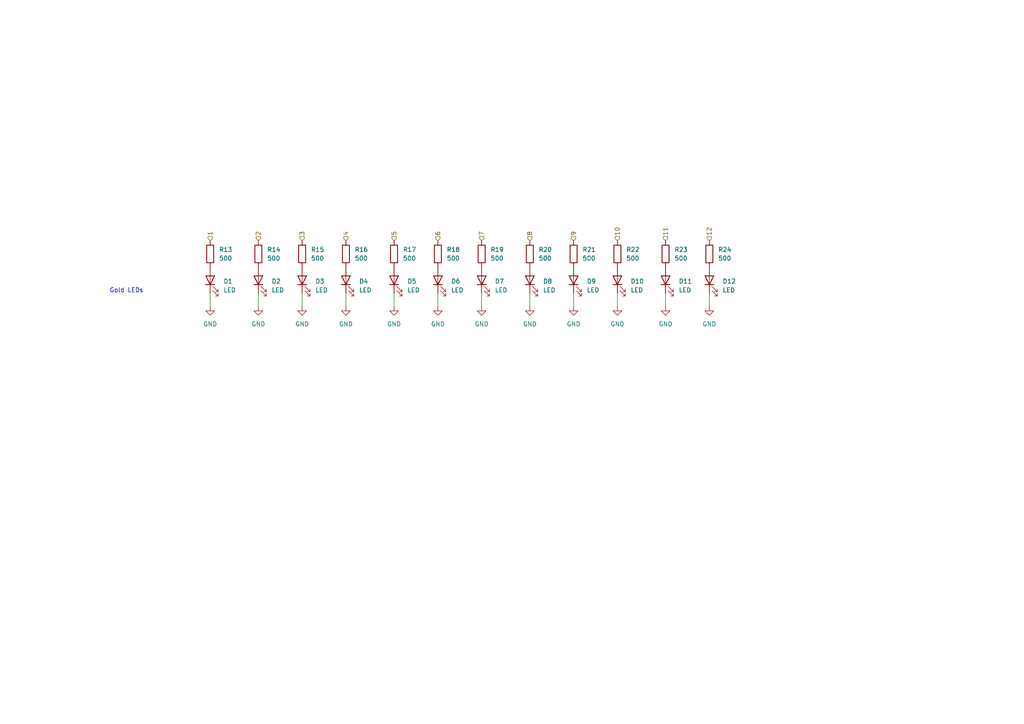
<source format=kicad_sch>
(kicad_sch (version 20211123) (generator eeschema)
  (paper "A4")
  (lib_symbols
    (symbol "Device:LED" (pin_numbers hide) (pin_names (offset 1.016) hide)
      (property "Reference" "D" (at 0 2.54 0))
      (property "Value" "LED" (at 0 -2.54 0))
      (symbol "LED_0_1"
        (polyline (pts (xy -1.27 -1.27) (xy -1.27 1.27)) (stroke (width 0.254)))
        (polyline (pts (xy -1.27 0) (xy 1.27 0)))
        (polyline (pts (xy 1.27 -1.27) (xy 1.27 1.27) (xy -1.27 0) (xy 1.27 -1.27)) (stroke (width 0.254)))
        (polyline (pts (xy -3.048 -0.762) (xy -4.572 -2.286) (xy -3.81 -2.286) (xy -4.572 -2.286) (xy -4.572 -1.524)))
        (polyline (pts (xy -1.778 -0.762) (xy -3.302 -2.286) (xy -2.54 -2.286) (xy -3.302 -2.286) (xy -3.302 -1.524)))
      )
      (symbol "LED_1_1"
        (pin passive line (at -3.81 0 0) (length 2.54) (name "K") (number "1"))
        (pin passive line (at 3.81 0 180) (length 2.54) (name "A") (number "2"))
      )
    )
    (symbol "Device:R" (pin_numbers hide) (pin_names (offset 0))
      (property "Reference" "R" (at 2.032 0 90))
      (property "Value" "R" (at 0 0 90))
      (symbol "R_0_1"
        (rectangle (start -1.016 -2.54) (end 1.016 2.54) (stroke (width 0.254)))
      )
      (symbol "R_1_1"
        (pin passive line (at 0 3.81 270) (length 1.27) (name "~") (number "1"))
        (pin passive line (at 0 -3.81 90) (length 1.27) (name "~") (number "2"))
      )
    )
    (symbol "power:GND" (power) (pin_names (offset 0))
      (property "Value" "GND" (at 0 -3.81 0))
      (symbol "GND_0_1"
        (polyline (pts (xy 0 0) (xy 0 -1.27) (xy 1.27 -1.27) (xy 0 -2.54) (xy -1.27 -1.27) (xy 0 -1.27)))
      )
      (symbol "GND_1_1"
        (pin power_in line (at 0 0 270) (length 0) hide (name "GND") (number "1"))
      )
    )
  )
  (wire (pts (xy 193.04 85.09) (xy 193.04 88.9)))
  (wire (pts (xy 74.93 85.09) (xy 74.93 88.9)))
  (wire (pts (xy 166.37 85.09) (xy 166.37 88.9)))
  (wire (pts (xy 205.74 85.09) (xy 205.74 88.9)))
  (wire (pts (xy 114.3 85.09) (xy 114.3 88.9)))
  (wire (pts (xy 127 85.09) (xy 127 88.9)))
  (wire (pts (xy 87.63 85.09) (xy 87.63 88.9)))
  (wire (pts (xy 179.07 85.09) (xy 179.07 88.9)))
  (wire (pts (xy 153.67 85.09) (xy 153.67 88.9)))
  (wire (pts (xy 139.7 85.09) (xy 139.7 88.9)))
  (wire (pts (xy 60.96 85.09) (xy 60.96 88.9)))
  (wire (pts (xy 100.33 85.09) (xy 100.33 88.9)))
  (text "Gold LEDs" (at 31.75 85.09 0) (effects (font (size 1.27 1.27)) (justify left bottom)))
  (hierarchical_label "9" (shape input) (at 166.37 69.85 90))
  (hierarchical_label "5" (shape input) (at 114.3 69.85 90))
  (hierarchical_label "3" (shape input) (at 87.63 69.85 90))
  (hierarchical_label "4" (shape input) (at 100.33 69.85 90))
  (hierarchical_label "8" (shape input) (at 153.67 69.85 90))
  (hierarchical_label "10" (shape input) (at 179.07 69.85 90))
  (hierarchical_label "11" (shape input) (at 193.04 69.85 90))
  (hierarchical_label "7" (shape input) (at 139.7 69.85 90))
  (hierarchical_label "12" (shape input) (at 205.74 69.85 90))
  (hierarchical_label "6" (shape input) (at 127 69.85 90))
  (hierarchical_label "1" (shape input) (at 60.96 69.85 90))
  (hierarchical_label "2" (shape input) (at 74.93 69.85 90))
  (symbol (lib_id "Device:R") (at 74.93 73.66 0) (unit 1)
    (property "Reference" "R14" (at 77.47 72.3899 0) (effects (justify left)))
    (property "Value" "500" (at 77.47 74.9299 0) (effects (justify left)))
    (property "Footprint" "Resistor_SMD:R_1206_3216Metric_Pad1.30x1.75mm_HandSolder" (effects hide))
  )
  (symbol (lib_id "Device:R") (at 179.07 73.66 0) (unit 1)
    (property "Reference" "R22" (at 181.61 72.3899 0) (effects (justify left)))
    (property "Value" "500" (at 181.61 74.9299 0) (effects (justify left)))
    (property "Footprint" "Resistor_SMD:R_1206_3216Metric_Pad1.30x1.75mm_HandSolder" (effects hide))
  )
  (symbol (lib_id "Device:LED") (at 193.04 81.28 90) (unit 1)
    (property "Reference" "D11" (at 196.85 81.5974 90) (effects (justify right)))
    (property "Value" "LED" (at 196.85 84.1374 90) (effects (justify right)))
    (property "Footprint" "LED_THT:LED_D5.0mm" (effects hide))
    (property "PN" "BL-BKC2V4V-AT" (effects hide))
  )
  (symbol (lib_id "power:GND") (at 100.33 88.9 0) (unit 1)
    (property "Reference" "#PWR028" (effects hide))
    (property "Value" "GND" (at 100.33 93.98 0))
  )
  (symbol (lib_id "Device:R") (at 60.96 73.66 0) (unit 1)
    (property "Reference" "R13" (at 63.5 72.3899 0) (effects (justify left)))
    (property "Value" "500" (at 63.5 74.9299 0) (effects (justify left)))
    (property "Footprint" "Resistor_SMD:R_1206_3216Metric_Pad1.30x1.75mm_HandSolder" (effects hide))
  )
  (symbol (lib_id "power:GND") (at 127 88.9 0) (unit 1)
    (property "Reference" "#PWR030" (effects hide))
    (property "Value" "GND" (at 127 93.98 0))
  )
  (symbol (lib_id "power:GND") (at 114.3 88.9 0) (unit 1)
    (property "Reference" "#PWR029" (effects hide))
    (property "Value" "GND" (at 114.3 93.98 0))
  )
  (symbol (lib_id "power:GND") (at 193.04 88.9 0) (unit 1)
    (property "Reference" "#PWR035" (effects hide))
    (property "Value" "GND" (at 193.04 93.98 0))
  )
  (symbol (lib_id "power:GND") (at 179.07 88.9 0) (unit 1)
    (property "Reference" "#PWR034" (effects hide))
    (property "Value" "GND" (at 179.07 93.98 0))
  )
  (symbol (lib_id "Device:LED") (at 153.67 81.28 90) (unit 1)
    (property "Reference" "D8" (at 157.48 81.5974 90) (effects (justify right)))
    (property "Value" "LED" (at 157.48 84.1374 90) (effects (justify right)))
    (property "Footprint" "LED_THT:LED_D5.0mm" (effects hide))
    (property "PN" "BL-BKC2V4V-AT" (effects hide))
  )
  (symbol (lib_id "power:GND") (at 205.74 88.9 0) (unit 1)
    (property "Reference" "#PWR036" (effects hide))
    (property "Value" "GND" (at 205.74 93.98 0))
  )
  (symbol (lib_id "Device:R") (at 100.33 73.66 0) (unit 1)
    (property "Reference" "R16" (at 102.87 72.3899 0) (effects (justify left)))
    (property "Value" "500" (at 102.87 74.9299 0) (effects (justify left)))
    (property "Footprint" "Resistor_SMD:R_1206_3216Metric_Pad1.30x1.75mm_HandSolder" (effects hide))
  )
  (symbol (lib_id "Device:LED") (at 74.93 81.28 90) (unit 1)
    (property "Reference" "D2" (at 78.74 81.5974 90) (effects (justify right)))
    (property "Value" "LED" (at 78.74 84.1374 90) (effects (justify right)))
    (property "Footprint" "LED_THT:LED_D5.0mm" (effects hide))
    (property "PN" "BL-BKC2V4V-AT" (effects hide))
  )
  (symbol (lib_id "power:GND") (at 153.67 88.9 0) (unit 1)
    (property "Reference" "#PWR032" (effects hide))
    (property "Value" "GND" (at 153.67 93.98 0))
  )
  (symbol (lib_id "power:GND") (at 87.63 88.9 0) (unit 1)
    (property "Reference" "#PWR027" (effects hide))
    (property "Value" "GND" (at 87.63 93.98 0))
  )
  (symbol (lib_id "Device:R") (at 139.7 73.66 0) (unit 1)
    (property "Reference" "R19" (at 142.24 72.3899 0) (effects (justify left)))
    (property "Value" "500" (at 142.24 74.9299 0) (effects (justify left)))
    (property "Footprint" "Resistor_SMD:R_1206_3216Metric_Pad1.30x1.75mm_HandSolder" (effects hide))
  )
  (symbol (lib_id "Device:R") (at 205.74 73.66 0) (unit 1)
    (property "Reference" "R24" (at 208.28 72.3899 0) (effects (justify left)))
    (property "Value" "500" (at 208.28 74.9299 0) (effects (justify left)))
    (property "Footprint" "Resistor_SMD:R_1206_3216Metric_Pad1.30x1.75mm_HandSolder" (effects hide))
  )
  (symbol (lib_id "Device:R") (at 193.04 73.66 0) (unit 1)
    (property "Reference" "R23" (at 195.58 72.3899 0) (effects (justify left)))
    (property "Value" "500" (at 195.58 74.9299 0) (effects (justify left)))
    (property "Footprint" "Resistor_SMD:R_1206_3216Metric_Pad1.30x1.75mm_HandSolder" (effects hide))
  )
  (symbol (lib_id "Device:R") (at 87.63 73.66 0) (unit 1)
    (property "Reference" "R15" (at 90.17 72.3899 0) (effects (justify left)))
    (property "Value" "500" (at 90.17 74.9299 0) (effects (justify left)))
    (property "Footprint" "Resistor_SMD:R_1206_3216Metric_Pad1.30x1.75mm_HandSolder" (effects hide))
  )
  (symbol (lib_id "Device:LED") (at 60.96 81.28 90) (unit 1)
    (property "Reference" "D1" (at 64.77 81.5974 90) (effects (justify right)))
    (property "Value" "LED" (at 64.77 84.1374 90) (effects (justify right)))
    (property "Footprint" "LED_THT:LED_D5.0mm" (effects hide))
    (property "PN" "BL-BKC2V4V-AT" (effects hide))
  )
  (symbol (lib_id "Device:R") (at 153.67 73.66 0) (unit 1)
    (property "Reference" "R20" (at 156.21 72.3899 0) (effects (justify left)))
    (property "Value" "500" (at 156.21 74.9299 0) (effects (justify left)))
    (property "Footprint" "Resistor_SMD:R_1206_3216Metric_Pad1.30x1.75mm_HandSolder" (effects hide))
  )
  (symbol (lib_id "Device:LED") (at 127 81.28 90) (unit 1)
    (property "Reference" "D6" (at 130.81 81.5974 90) (effects (justify right)))
    (property "Value" "LED" (at 130.81 84.1374 90) (effects (justify right)))
    (property "Footprint" "LED_THT:LED_D5.0mm" (effects hide))
    (property "PN" "BL-BKC2V4V-AT" (effects hide))
  )
  (symbol (lib_id "Device:LED") (at 87.63 81.28 90) (unit 1)
    (property "Reference" "D3" (at 91.44 81.5974 90) (effects (justify right)))
    (property "Value" "LED" (at 91.44 84.1374 90) (effects (justify right)))
    (property "Footprint" "LED_THT:LED_D5.0mm" (effects hide))
    (property "PN" "BL-BKC2V4V-AT" (effects hide))
  )
  (symbol (lib_id "power:GND") (at 166.37 88.9 0) (unit 1)
    (property "Reference" "#PWR033" (effects hide))
    (property "Value" "GND" (at 166.37 93.98 0))
  )
  (symbol (lib_id "Device:LED") (at 205.74 81.28 90) (unit 1)
    (property "Reference" "D12" (at 209.55 81.5974 90) (effects (justify right)))
    (property "Value" "LED" (at 209.55 84.1374 90) (effects (justify right)))
    (property "Footprint" "LED_THT:LED_D5.0mm" (effects hide))
    (property "PN" "BL-BKC2V4V-AT" (effects hide))
  )
  (symbol (lib_id "Device:LED") (at 166.37 81.28 90) (unit 1)
    (property "Reference" "D9" (at 170.18 81.5974 90) (effects (justify right)))
    (property "Value" "LED" (at 170.18 84.1374 90) (effects (justify right)))
    (property "Footprint" "LED_THT:LED_D5.0mm" (effects hide))
    (property "PN" "BL-BKC2V4V-AT" (effects hide))
  )
  (symbol (lib_id "power:GND") (at 74.93 88.9 0) (unit 1)
    (property "Reference" "#PWR026" (effects hide))
    (property "Value" "GND" (at 74.93 93.98 0))
  )
  (symbol (lib_id "Device:LED") (at 114.3 81.28 90) (unit 1)
    (property "Reference" "D5" (at 118.11 81.5974 90) (effects (justify right)))
    (property "Value" "LED" (at 118.11 84.1374 90) (effects (justify right)))
    (property "Footprint" "LED_THT:LED_D5.0mm" (effects hide))
    (property "PN" "BL-BKC2V4V-AT" (effects hide))
  )
  (symbol (lib_id "Device:LED") (at 139.7 81.28 90) (unit 1)
    (property "Reference" "D7" (at 143.51 81.5974 90) (effects (justify right)))
    (property "Value" "LED" (at 143.51 84.1374 90) (effects (justify right)))
    (property "Footprint" "LED_THT:LED_D5.0mm" (effects hide))
    (property "PN" "BL-BKC2V4V-AT" (effects hide))
  )
  (symbol (lib_id "power:GND") (at 139.7 88.9 0) (unit 1)
    (property "Reference" "#PWR031" (effects hide))
    (property "Value" "GND" (at 139.7 93.98 0))
  )
  (symbol (lib_id "Device:LED") (at 179.07 81.28 90) (unit 1)
    (property "Reference" "D10" (at 182.88 81.5974 90) (effects (justify right)))
    (property "Value" "LED" (at 182.88 84.1374 90) (effects (justify right)))
    (property "Footprint" "LED_THT:LED_D5.0mm" (effects hide))
    (property "PN" "BL-BKC2V4V-AT" (effects hide))
  )
  (symbol (lib_id "Device:R") (at 127 73.66 0) (unit 1)
    (property "Reference" "R18" (at 129.54 72.3899 0) (effects (justify left)))
    (property "Value" "500" (at 129.54 74.9299 0) (effects (justify left)))
    (property "Footprint" "Resistor_SMD:R_1206_3216Metric_Pad1.30x1.75mm_HandSolder" (effects hide))
  )
  (symbol (lib_id "Device:LED") (at 100.33 81.28 90) (unit 1)
    (property "Reference" "D4" (at 104.14 81.5974 90) (effects (justify right)))
    (property "Value" "LED" (at 104.14 84.1374 90) (effects (justify right)))
    (property "Footprint" "LED_THT:LED_D5.0mm" (effects hide))
    (property "PN" "BL-BKC2V4V-AT" (effects hide))
  )
  (symbol (lib_id "Device:R") (at 114.3 73.66 0) (unit 1)
    (property "Reference" "R17" (at 116.84 72.3899 0) (effects (justify left)))
    (property "Value" "500" (at 116.84 74.9299 0) (effects (justify left)))
    (property "Footprint" "Resistor_SMD:R_1206_3216Metric_Pad1.30x1.75mm_HandSolder" (effects hide))
  )
  (symbol (lib_id "Device:R") (at 166.37 73.66 0) (unit 1)
    (property "Reference" "R21" (at 168.91 72.3899 0) (effects (justify left)))
    (property "Value" "500" (at 168.91 74.9299 0) (effects (justify left)))
    (property "Footprint" "Resistor_SMD:R_1206_3216Metric_Pad1.30x1.75mm_HandSolder" (effects hide))
  )
  (symbol (lib_id "power:GND") (at 60.96 88.9 0) (unit 1)
    (property "Reference" "#PWR025" (effects hide))
    (property "Value" "GND" (at 60.96 93.98 0))
  )
)
</source>
